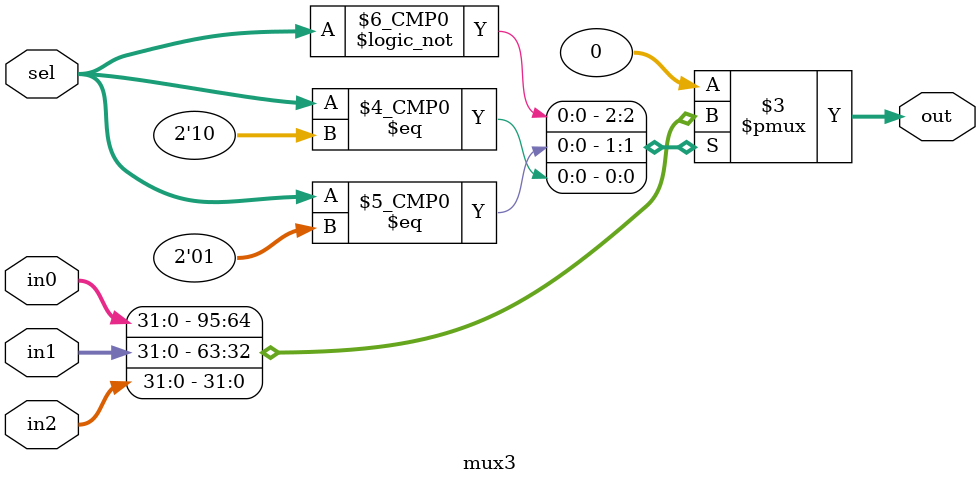
<source format=v>
`timescale 1ns / 1ps

module mux3
       #(parameter WIDTH = 32)
       (
           input [WIDTH - 1:0] in0,
           input [WIDTH - 1:0] in1,
           input [WIDTH - 1:0] in2,
           input [1:0] sel,
           output reg [WIDTH - 1:0] out
       );

always @(*)
begin
    case (sel)
        2'b00:
        begin
            out = in0;
        end
        2'b01:
        begin
            out = in1;
        end
        2'b10:
        begin
            out = in2;
        end
        default:
        begin
            out = {WIDTH{1'b0}};
        end
    endcase
end

endmodule

</source>
